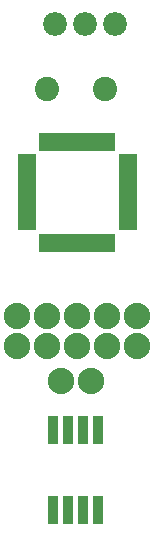
<source format=gbs>
G04 MADE WITH FRITZING*
G04 WWW.FRITZING.ORG*
G04 DOUBLE SIDED*
G04 HOLES PLATED*
G04 CONTOUR ON CENTER OF CONTOUR VECTOR*
%ASAXBY*%
%FSLAX23Y23*%
%MOIN*%
%OFA0B0*%
%SFA1.0B1.0*%
%ADD10C,0.080925*%
%ADD11C,0.080866*%
%ADD12C,0.079444*%
%ADD13C,0.088000*%
%ADD14R,0.060000X0.032000*%
%ADD15R,0.032000X0.060000*%
%ADD16R,0.034000X0.096900*%
%LNMASK0*%
G90*
G70*
G54D10*
X1157Y1574D03*
G54D11*
X964Y1574D03*
G54D12*
X990Y1791D03*
X1090Y1791D03*
X1190Y1791D03*
G54D13*
X1011Y602D03*
X1111Y602D03*
X863Y818D03*
X963Y818D03*
X1063Y818D03*
X1163Y818D03*
X1263Y818D03*
X863Y818D03*
X963Y818D03*
X1063Y818D03*
X1163Y818D03*
X1263Y818D03*
X1263Y718D03*
X1163Y718D03*
X1063Y718D03*
X963Y718D03*
X863Y718D03*
X863Y818D03*
X963Y818D03*
X1063Y818D03*
X1163Y818D03*
X1263Y818D03*
X863Y818D03*
X963Y818D03*
X1063Y818D03*
X1163Y818D03*
X1263Y818D03*
X1263Y718D03*
X1163Y718D03*
X1063Y718D03*
X963Y718D03*
X863Y718D03*
G54D14*
X896Y1121D03*
X896Y1152D03*
X896Y1184D03*
X896Y1215D03*
X896Y1247D03*
X896Y1278D03*
X896Y1310D03*
X896Y1341D03*
G54D15*
X955Y1400D03*
X986Y1400D03*
X1018Y1400D03*
X1049Y1400D03*
X1081Y1400D03*
X1112Y1400D03*
X1144Y1400D03*
X1175Y1400D03*
G54D14*
X1234Y1341D03*
X1234Y1310D03*
X1234Y1278D03*
X1234Y1247D03*
X1234Y1215D03*
X1234Y1184D03*
X1234Y1152D03*
X1234Y1121D03*
G54D15*
X1175Y1062D03*
X1144Y1062D03*
X1112Y1062D03*
X1081Y1062D03*
X1049Y1062D03*
X1018Y1062D03*
X986Y1062D03*
X955Y1062D03*
G54D16*
X1135Y173D03*
X1085Y173D03*
X1035Y173D03*
X985Y173D03*
X985Y438D03*
X1035Y438D03*
X1085Y438D03*
X1135Y438D03*
G04 End of Mask0*
M02*
</source>
